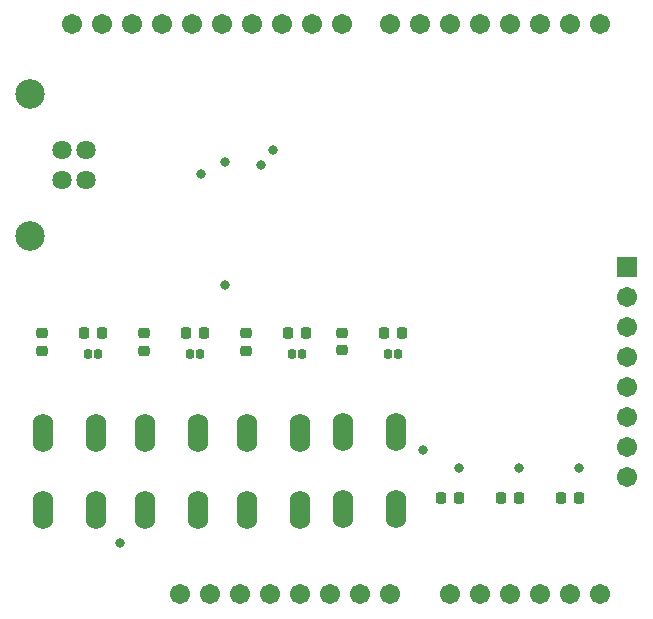
<source format=gbs>
G04*
G04 #@! TF.GenerationSoftware,Altium Limited,Altium Designer,21.6.1 (37)*
G04*
G04 Layer_Color=16711935*
%FSLAX44Y44*%
%MOMM*%
G71*
G04*
G04 #@! TF.SameCoordinates,45D27BC1-988F-4E8A-9F01-A3EFFFD16F67*
G04*
G04*
G04 #@! TF.FilePolarity,Negative*
G04*
G01*
G75*
%ADD24C,1.7032*%
%ADD25C,2.5032*%
%ADD26C,1.6312*%
%ADD27O,1.7272X3.2512*%
%ADD28R,1.7032X1.7032*%
%ADD29C,0.8032*%
G04:AMPARAMS|DCode=40|XSize=0.88mm|YSize=0.98mm|CornerRadius=0.24mm|HoleSize=0mm|Usage=FLASHONLY|Rotation=180.000|XOffset=0mm|YOffset=0mm|HoleType=Round|Shape=RoundedRectangle|*
%AMROUNDEDRECTD40*
21,1,0.8800,0.5000,0,0,180.0*
21,1,0.4000,0.9800,0,0,180.0*
1,1,0.4800,-0.2000,0.2500*
1,1,0.4800,0.2000,0.2500*
1,1,0.4800,0.2000,-0.2500*
1,1,0.4800,-0.2000,-0.2500*
%
%ADD40ROUNDEDRECTD40*%
G04:AMPARAMS|DCode=41|XSize=0.8032mm|YSize=0.7432mm|CornerRadius=0.2447mm|HoleSize=0mm|Usage=FLASHONLY|Rotation=90.000|XOffset=0mm|YOffset=0mm|HoleType=Round|Shape=RoundedRectangle|*
%AMROUNDEDRECTD41*
21,1,0.8032,0.2538,0,0,90.0*
21,1,0.3138,0.7432,0,0,90.0*
1,1,0.4894,0.1269,0.1569*
1,1,0.4894,0.1269,-0.1569*
1,1,0.4894,-0.1269,-0.1569*
1,1,0.4894,-0.1269,0.1569*
%
%ADD41ROUNDEDRECTD41*%
G04:AMPARAMS|DCode=42|XSize=0.88mm|YSize=0.98mm|CornerRadius=0.24mm|HoleSize=0mm|Usage=FLASHONLY|Rotation=270.000|XOffset=0mm|YOffset=0mm|HoleType=Round|Shape=RoundedRectangle|*
%AMROUNDEDRECTD42*
21,1,0.8800,0.5000,0,0,270.0*
21,1,0.4000,0.9800,0,0,270.0*
1,1,0.4800,-0.2500,-0.2000*
1,1,0.4800,-0.2500,0.2000*
1,1,0.4800,0.2500,0.2000*
1,1,0.4800,0.2500,-0.2000*
%
%ADD42ROUNDEDRECTD42*%
D24*
X411480Y508000D02*
D03*
X436880D02*
D03*
X462280D02*
D03*
X487680D02*
D03*
X513080D02*
D03*
X538480D02*
D03*
X563880D02*
D03*
X589280D02*
D03*
X370840D02*
D03*
X345440D02*
D03*
X294640D02*
D03*
X269240D02*
D03*
X243840D02*
D03*
X218440D02*
D03*
X193040D02*
D03*
X167640D02*
D03*
X142240D02*
D03*
X320040D02*
D03*
X589280Y25400D02*
D03*
X563880D02*
D03*
X538480D02*
D03*
X513080D02*
D03*
X487680D02*
D03*
X462280D02*
D03*
X233680D02*
D03*
X259080D02*
D03*
X284480D02*
D03*
X309880D02*
D03*
X335280D02*
D03*
X360680D02*
D03*
X386080D02*
D03*
X411480D02*
D03*
X612140Y276860D02*
D03*
Y251460D02*
D03*
Y226060D02*
D03*
Y200660D02*
D03*
Y175260D02*
D03*
Y149860D02*
D03*
Y124460D02*
D03*
D25*
X106680Y328420D02*
D03*
Y448820D02*
D03*
D26*
X133780Y376120D02*
D03*
Y401120D02*
D03*
X153780D02*
D03*
Y376120D02*
D03*
D27*
X248666Y162052D02*
D03*
X203454D02*
D03*
X248666Y97028D02*
D03*
X203454D02*
D03*
X416306Y162560D02*
D03*
X371094D02*
D03*
X416306Y97536D02*
D03*
X371094D02*
D03*
X162306Y162052D02*
D03*
X117094D02*
D03*
X162306Y97028D02*
D03*
X117094D02*
D03*
X335026Y162052D02*
D03*
X289814D02*
D03*
X335026Y97028D02*
D03*
X289814D02*
D03*
D28*
X612140Y302260D02*
D03*
D29*
X271780Y287020D02*
D03*
X312420Y401320D02*
D03*
X302260Y388620D02*
D03*
X271780Y391160D02*
D03*
X251460Y381000D02*
D03*
X182880Y68580D02*
D03*
X439420Y147320D02*
D03*
X571500Y132200D02*
D03*
X520700D02*
D03*
X469900D02*
D03*
D40*
X421520Y246888D02*
D03*
X406520D02*
D03*
X556380Y106680D02*
D03*
X571380D02*
D03*
X505580D02*
D03*
X520580D02*
D03*
X454780D02*
D03*
X469780D02*
D03*
X340240Y246380D02*
D03*
X325240D02*
D03*
X253880D02*
D03*
X238880D02*
D03*
X167520D02*
D03*
X152520D02*
D03*
D41*
X155720Y228600D02*
D03*
X164320D02*
D03*
X242080D02*
D03*
X250680D02*
D03*
X409720Y229108D02*
D03*
X418320D02*
D03*
X328440Y228600D02*
D03*
X337040D02*
D03*
D42*
X370840Y246768D02*
D03*
Y231768D02*
D03*
X289560Y246260D02*
D03*
Y231260D02*
D03*
X203200Y246260D02*
D03*
Y231260D02*
D03*
X116840Y246260D02*
D03*
Y231260D02*
D03*
M02*

</source>
